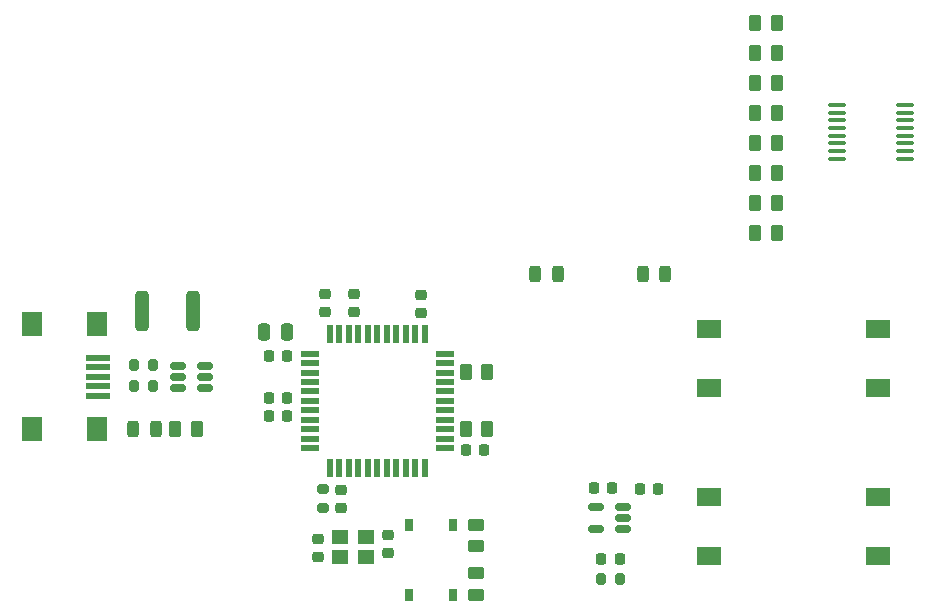
<source format=gbr>
%TF.GenerationSoftware,KiCad,Pcbnew,(7.0.0)*%
%TF.CreationDate,2023-05-03T17:51:17-06:00*%
%TF.ProjectId,Phase_B_Proto,50686173-655f-4425-9f50-726f746f2e6b,rev?*%
%TF.SameCoordinates,Original*%
%TF.FileFunction,Paste,Top*%
%TF.FilePolarity,Positive*%
%FSLAX46Y46*%
G04 Gerber Fmt 4.6, Leading zero omitted, Abs format (unit mm)*
G04 Created by KiCad (PCBNEW (7.0.0)) date 2023-05-03 17:51:17*
%MOMM*%
%LPD*%
G01*
G04 APERTURE LIST*
G04 Aperture macros list*
%AMRoundRect*
0 Rectangle with rounded corners*
0 $1 Rounding radius*
0 $2 $3 $4 $5 $6 $7 $8 $9 X,Y pos of 4 corners*
0 Add a 4 corners polygon primitive as box body*
4,1,4,$2,$3,$4,$5,$6,$7,$8,$9,$2,$3,0*
0 Add four circle primitives for the rounded corners*
1,1,$1+$1,$2,$3*
1,1,$1+$1,$4,$5*
1,1,$1+$1,$6,$7*
1,1,$1+$1,$8,$9*
0 Add four rect primitives between the rounded corners*
20,1,$1+$1,$2,$3,$4,$5,0*
20,1,$1+$1,$4,$5,$6,$7,0*
20,1,$1+$1,$6,$7,$8,$9,0*
20,1,$1+$1,$8,$9,$2,$3,0*%
G04 Aperture macros list end*
%ADD10RoundRect,0.225000X0.225000X0.250000X-0.225000X0.250000X-0.225000X-0.250000X0.225000X-0.250000X0*%
%ADD11RoundRect,0.250000X-0.262500X-0.450000X0.262500X-0.450000X0.262500X0.450000X-0.262500X0.450000X0*%
%ADD12RoundRect,0.250000X0.262500X0.450000X-0.262500X0.450000X-0.262500X-0.450000X0.262500X-0.450000X0*%
%ADD13RoundRect,0.243750X-0.243750X-0.456250X0.243750X-0.456250X0.243750X0.456250X-0.243750X0.456250X0*%
%ADD14RoundRect,0.250000X0.450000X-0.262500X0.450000X0.262500X-0.450000X0.262500X-0.450000X-0.262500X0*%
%ADD15RoundRect,0.225000X-0.225000X-0.250000X0.225000X-0.250000X0.225000X0.250000X-0.225000X0.250000X0*%
%ADD16R,2.000000X0.500000*%
%ADD17R,1.700000X2.000000*%
%ADD18RoundRect,0.225000X0.250000X-0.225000X0.250000X0.225000X-0.250000X0.225000X-0.250000X-0.225000X0*%
%ADD19RoundRect,0.200000X-0.200000X-0.275000X0.200000X-0.275000X0.200000X0.275000X-0.200000X0.275000X0*%
%ADD20R,2.000000X1.500000*%
%ADD21R,1.500000X0.550000*%
%ADD22R,0.550000X1.500000*%
%ADD23R,0.700000X1.000000*%
%ADD24RoundRect,0.243750X0.243750X0.456250X-0.243750X0.456250X-0.243750X-0.456250X0.243750X-0.456250X0*%
%ADD25RoundRect,0.150000X-0.512500X-0.150000X0.512500X-0.150000X0.512500X0.150000X-0.512500X0.150000X0*%
%ADD26RoundRect,0.100000X-0.637500X-0.100000X0.637500X-0.100000X0.637500X0.100000X-0.637500X0.100000X0*%
%ADD27RoundRect,0.200000X0.200000X0.275000X-0.200000X0.275000X-0.200000X-0.275000X0.200000X-0.275000X0*%
%ADD28RoundRect,0.250000X-0.312500X-1.450000X0.312500X-1.450000X0.312500X1.450000X-0.312500X1.450000X0*%
%ADD29RoundRect,0.150000X0.512500X0.150000X-0.512500X0.150000X-0.512500X-0.150000X0.512500X-0.150000X0*%
%ADD30RoundRect,0.200000X0.275000X-0.200000X0.275000X0.200000X-0.275000X0.200000X-0.275000X-0.200000X0*%
%ADD31RoundRect,0.225000X-0.250000X0.225000X-0.250000X-0.225000X0.250000X-0.225000X0.250000X0.225000X0*%
%ADD32R,1.400000X1.200000*%
%ADD33RoundRect,0.250000X0.250000X0.475000X-0.250000X0.475000X-0.250000X-0.475000X0.250000X-0.475000X0*%
G04 APERTURE END LIST*
D10*
%TO.C,C9*%
X166129000Y-85090000D03*
X164579000Y-85090000D03*
%TD*%
D11*
%TO.C,R4*%
X181205500Y-87757000D03*
X183030500Y-87757000D03*
%TD*%
D12*
%TO.C,R12*%
X207565000Y-71120000D03*
X205740000Y-71120000D03*
%TD*%
D13*
%TO.C,D3*%
X154963100Y-87680800D03*
X153088100Y-87680800D03*
%TD*%
D10*
%TO.C,C11*%
X166116000Y-81534000D03*
X164566000Y-81534000D03*
%TD*%
D14*
%TO.C,R2*%
X182067200Y-101750500D03*
X182067200Y-99925500D03*
%TD*%
D15*
%TO.C,C13*%
X195973400Y-92760800D03*
X197523400Y-92760800D03*
%TD*%
D12*
%TO.C,R11*%
X207565000Y-68580000D03*
X205740000Y-68580000D03*
%TD*%
D16*
%TO.C,J2*%
X150078999Y-81711999D03*
X150078999Y-82511999D03*
X150078999Y-83311999D03*
X150078999Y-84111999D03*
X150078999Y-84911999D03*
D17*
X149978999Y-78861999D03*
X144528999Y-78861999D03*
X149978999Y-87761999D03*
X144528999Y-87761999D03*
%TD*%
D14*
%TO.C,R1*%
X182067200Y-97633800D03*
X182067200Y-95808800D03*
%TD*%
D18*
%TO.C,C5*%
X177444400Y-77889400D03*
X177444400Y-76339400D03*
%TD*%
D19*
%TO.C,R14*%
X153099000Y-84074000D03*
X154749000Y-84074000D03*
%TD*%
D20*
%TO.C,S2*%
X216141199Y-98483999D03*
X201841199Y-98483999D03*
X216141199Y-93483999D03*
X201841199Y-93483999D03*
%TD*%
D21*
%TO.C,U3*%
X168035999Y-81343999D03*
X168035999Y-82143999D03*
X168035999Y-82943999D03*
X168035999Y-83743999D03*
X168035999Y-84543999D03*
X168035999Y-85343999D03*
X168035999Y-86143999D03*
X168035999Y-86943999D03*
X168035999Y-87743999D03*
X168035999Y-88543999D03*
X168035999Y-89343999D03*
D22*
X169735999Y-91043999D03*
X170535999Y-91043999D03*
X171335999Y-91043999D03*
X172135999Y-91043999D03*
X172935999Y-91043999D03*
X173735999Y-91043999D03*
X174535999Y-91043999D03*
X175335999Y-91043999D03*
X176135999Y-91043999D03*
X176935999Y-91043999D03*
X177735999Y-91043999D03*
D21*
X179435999Y-89343999D03*
X179435999Y-88543999D03*
X179435999Y-87743999D03*
X179435999Y-86943999D03*
X179435999Y-86143999D03*
X179435999Y-85343999D03*
X179435999Y-84543999D03*
X179435999Y-83743999D03*
X179435999Y-82943999D03*
X179435999Y-82143999D03*
X179435999Y-81343999D03*
D22*
X177735999Y-79643999D03*
X176935999Y-79643999D03*
X176135999Y-79643999D03*
X175335999Y-79643999D03*
X174535999Y-79643999D03*
X173735999Y-79643999D03*
X172935999Y-79643999D03*
X172135999Y-79643999D03*
X171335999Y-79643999D03*
X170535999Y-79643999D03*
X169735999Y-79643999D03*
%TD*%
D12*
%TO.C,R16*%
X158441400Y-87680800D03*
X156616400Y-87680800D03*
%TD*%
D23*
%TO.C,S3*%
X180107199Y-95812099D03*
X180107199Y-101812099D03*
X176407199Y-95812099D03*
X176407199Y-101812099D03*
%TD*%
D15*
%TO.C,C6*%
X181241400Y-89509600D03*
X182791400Y-89509600D03*
%TD*%
D24*
%TO.C,D2*%
X196194200Y-74574400D03*
X198069200Y-74574400D03*
%TD*%
D12*
%TO.C,R7*%
X207565000Y-58420000D03*
X205740000Y-58420000D03*
%TD*%
D25*
%TO.C,U4*%
X156850500Y-82362000D03*
X156850500Y-83312000D03*
X156850500Y-84262000D03*
X159125500Y-84262000D03*
X159125500Y-83312000D03*
X159125500Y-82362000D03*
%TD*%
D24*
%TO.C,D1*%
X187124100Y-74574400D03*
X188999100Y-74574400D03*
%TD*%
D10*
%TO.C,C14*%
X194259200Y-98755200D03*
X192709200Y-98755200D03*
%TD*%
D26*
%TO.C,U2*%
X212656500Y-60277500D03*
X212656500Y-60927500D03*
X212656500Y-61577500D03*
X212656500Y-62227500D03*
X212656500Y-62877500D03*
X212656500Y-63527500D03*
X212656500Y-64177500D03*
X212656500Y-64827500D03*
X218381500Y-64827500D03*
X218381500Y-64177500D03*
X218381500Y-63527500D03*
X218381500Y-62877500D03*
X218381500Y-62227500D03*
X218381500Y-61577500D03*
X218381500Y-60927500D03*
X218381500Y-60277500D03*
%TD*%
D27*
%TO.C,R17*%
X194310000Y-100431600D03*
X192660000Y-100431600D03*
%TD*%
D28*
%TO.C,F1*%
X153818500Y-77724000D03*
X158093500Y-77724000D03*
%TD*%
D18*
%TO.C,C12*%
X171754800Y-77851600D03*
X171754800Y-76301600D03*
%TD*%
D12*
%TO.C,R8*%
X207565000Y-60960000D03*
X205740000Y-60960000D03*
%TD*%
D20*
%TO.C,S1*%
X216141199Y-84237199D03*
X201841199Y-84237199D03*
X216141199Y-79237199D03*
X201841199Y-79237199D03*
%TD*%
D29*
%TO.C,U5*%
X194558500Y-96200000D03*
X194558500Y-95250000D03*
X194558500Y-94300000D03*
X192283500Y-94300000D03*
X192283500Y-96200000D03*
%TD*%
D18*
%TO.C,C4*%
X169316400Y-77838600D03*
X169316400Y-76288600D03*
%TD*%
D30*
%TO.C,R13*%
X169113200Y-94449400D03*
X169113200Y-92799400D03*
%TD*%
D31*
%TO.C,C7*%
X170688000Y-94399400D03*
X170688000Y-92849400D03*
%TD*%
D12*
%TO.C,R9*%
X207565000Y-63500000D03*
X205740000Y-63500000D03*
%TD*%
%TO.C,R10*%
X207565000Y-66040000D03*
X205740000Y-66040000D03*
%TD*%
D11*
%TO.C,R3*%
X181229000Y-82931000D03*
X183054000Y-82931000D03*
%TD*%
D19*
%TO.C,R15*%
X153099000Y-82296000D03*
X154749000Y-82296000D03*
%TD*%
D32*
%TO.C,Y1*%
X172753199Y-96838399D03*
X170553199Y-96838399D03*
X170553199Y-98538399D03*
X172753199Y-98538399D03*
%TD*%
D15*
%TO.C,C15*%
X192048800Y-92710000D03*
X193598800Y-92710000D03*
%TD*%
D33*
%TO.C,C8*%
X166050000Y-79502000D03*
X164150000Y-79502000D03*
%TD*%
D10*
%TO.C,C10*%
X166129000Y-86614000D03*
X164579000Y-86614000D03*
%TD*%
D12*
%TO.C,R5*%
X207565000Y-53340000D03*
X205740000Y-53340000D03*
%TD*%
D31*
%TO.C,C2*%
X174650400Y-96672400D03*
X174650400Y-98222400D03*
%TD*%
D12*
%TO.C,R6*%
X207565000Y-55880000D03*
X205740000Y-55880000D03*
%TD*%
D18*
%TO.C,C3*%
X168757600Y-97028000D03*
X168757600Y-98578000D03*
%TD*%
M02*

</source>
